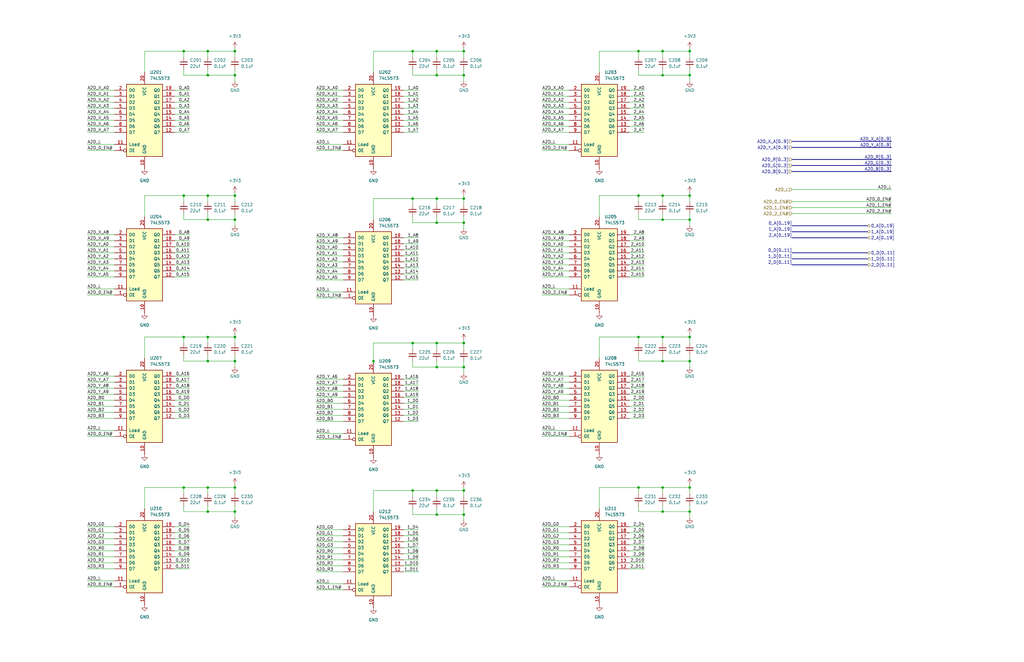
<source format=kicad_sch>
(kicad_sch (version 20231120) (generator "eeschema") (generator_version "8.0")
  (paper "USLedger")
  (junction (at 184.15 83.82))
  (junction (at 99.06 92.71))
  (junction (at 279.4 215.9))
  (junction (at 195.58 217.17))
  (junction (at 87.63 205.74))
  (junction (at 173.99 144.78))
  (junction (at 290.83 152.4))
  (junction (at 184.15 207.01))
  (junction (at 99.06 142.24))
  (junction (at 290.83 21.59))
  (junction (at 279.4 152.4))
  (junction (at 87.63 21.59))
  (junction (at 184.15 217.17))
  (junction (at 279.4 142.24))
  (junction (at 77.47 142.24))
  (junction (at 87.63 92.71))
  (junction (at 87.63 215.9))
  (junction (at 269.24 21.59))
  (junction (at 279.4 82.55))
  (junction (at 290.83 215.9))
  (junction (at 77.47 21.59))
  (junction (at 269.24 205.74))
  (junction (at 290.83 205.74))
  (junction (at 184.15 93.98))
  (junction (at 184.15 21.59))
  (junction (at 77.47 82.55))
  (junction (at 184.15 154.94))
  (junction (at 269.24 82.55))
  (junction (at 195.58 83.82))
  (junction (at 184.15 31.75))
  (junction (at 195.58 207.01))
  (junction (at 99.06 31.75))
  (junction (at 195.58 93.98))
  (junction (at 173.99 83.82))
  (junction (at 269.24 142.24))
  (junction (at 290.83 92.71))
  (junction (at 99.06 21.59))
  (junction (at 173.99 21.59))
  (junction (at 279.4 92.71))
  (junction (at 279.4 21.59))
  (junction (at 195.58 31.75))
  (junction (at 157.48 152.4))
  (junction (at 87.63 152.4))
  (junction (at 87.63 82.55))
  (junction (at 279.4 205.74))
  (junction (at 99.06 205.74))
  (junction (at 290.83 31.75))
  (junction (at 99.06 215.9))
  (junction (at 195.58 21.59))
  (junction (at 173.99 207.01))
  (junction (at 87.63 142.24))
  (junction (at 195.58 154.94))
  (junction (at 290.83 82.55))
  (junction (at 184.15 144.78))
  (junction (at 195.58 144.78))
  (junction (at 279.4 31.75))
  (junction (at 290.83 142.24))
  (junction (at 77.47 205.74))
  (junction (at 87.63 31.75))
  (junction (at 99.06 152.4))
  (junction (at 99.06 82.55))
  (wire (pts (xy 133.35 238.76) (xy 144.78 238.76)))
  (wire (pts (xy 87.63 149.86) (xy 87.63 152.4)))
  (wire (pts (xy 265.43 224.79) (xy 271.78 224.79)))
  (wire (pts (xy 133.35 162.56) (xy 144.78 162.56)))
  (wire (pts (xy 73.66 99.06) (xy 80.01 99.06)))
  (wire (pts (xy 133.35 50.8) (xy 144.78 50.8)))
  (wire (pts (xy 170.18 170.18) (xy 176.53 170.18)))
  (wire (pts (xy 228.6 234.95) (xy 240.03 234.95)))
  (wire (pts (xy 265.43 232.41) (xy 271.78 232.41)))
  (wire (pts (xy 73.66 48.26) (xy 80.01 48.26)))
  (wire (pts (xy 87.63 215.9) (xy 99.06 215.9)))
  (wire (pts (xy 195.58 31.75) (xy 195.58 34.29)))
  (wire (pts (xy 133.35 118.11) (xy 144.78 118.11)))
  (wire (pts (xy 265.43 237.49) (xy 271.78 237.49)))
  (wire (pts (xy 269.24 90.17) (xy 269.24 92.71)))
  (wire (pts (xy 133.35 175.26) (xy 144.78 175.26)))
  (wire (pts (xy 228.6 222.25) (xy 240.03 222.25)))
  (wire (pts (xy 170.18 113.03) (xy 176.53 113.03)))
  (wire (pts (xy 173.99 152.4) (xy 173.99 154.94)))
  (wire (pts (xy 195.58 143.51) (xy 195.58 144.78)))
  (wire (pts (xy 228.6 106.68) (xy 240.03 106.68)))
  (wire (pts (xy 269.24 142.24) (xy 279.4 142.24)))
  (wire (pts (xy 228.6 99.06) (xy 240.03 99.06)))
  (wire (pts (xy 228.6 116.84) (xy 240.03 116.84)))
  (wire (pts (xy 170.18 45.72) (xy 176.53 45.72)))
  (wire (pts (xy 36.83 38.1) (xy 48.26 38.1)))
  (wire (pts (xy 228.6 124.46) (xy 240.03 124.46)))
  (wire (pts (xy 133.35 165.1) (xy 144.78 165.1)))
  (wire (pts (xy 36.83 40.64) (xy 48.26 40.64)))
  (wire (pts (xy 269.24 152.4) (xy 279.4 152.4)))
  (wire (pts (xy 133.35 233.68) (xy 144.78 233.68)))
  (wire (pts (xy 173.99 217.17) (xy 184.15 217.17)))
  (wire (pts (xy 36.83 124.46) (xy 48.26 124.46)))
  (wire (pts (xy 73.66 171.45) (xy 80.01 171.45)))
  (wire (pts (xy 265.43 101.6) (xy 271.78 101.6)))
  (wire (pts (xy 36.83 245.11) (xy 48.26 245.11)))
  (bus (pts (xy 375.92 62.23) (xy 334.01 62.23)))
  (wire (pts (xy 36.83 60.96) (xy 48.26 60.96)))
  (wire (pts (xy 77.47 31.75) (xy 87.63 31.75)))
  (wire (pts (xy 173.99 209.55) (xy 173.99 207.01)))
  (wire (pts (xy 36.83 50.8) (xy 48.26 50.8)))
  (wire (pts (xy 99.06 140.97) (xy 99.06 142.24)))
  (wire (pts (xy 36.83 101.6) (xy 48.26 101.6)))
  (wire (pts (xy 170.18 50.8) (xy 176.53 50.8)))
  (wire (pts (xy 36.83 48.26) (xy 48.26 48.26)))
  (wire (pts (xy 265.43 229.87) (xy 271.78 229.87)))
  (wire (pts (xy 36.83 111.76) (xy 48.26 111.76)))
  (wire (pts (xy 87.63 82.55) (xy 87.63 85.09)))
  (wire (pts (xy 269.24 24.13) (xy 269.24 21.59)))
  (wire (pts (xy 170.18 233.68) (xy 176.53 233.68)))
  (wire (pts (xy 133.35 102.87) (xy 144.78 102.87)))
  (wire (pts (xy 265.43 53.34) (xy 271.78 53.34)))
  (wire (pts (xy 184.15 214.63) (xy 184.15 217.17)))
  (wire (pts (xy 334.01 85.09) (xy 375.92 85.09)))
  (wire (pts (xy 269.24 21.59) (xy 279.4 21.59)))
  (wire (pts (xy 265.43 111.76) (xy 271.78 111.76)))
  (wire (pts (xy 290.83 149.86) (xy 290.83 152.4)))
  (wire (pts (xy 252.73 205.74) (xy 269.24 205.74)))
  (wire (pts (xy 133.35 53.34) (xy 144.78 53.34)))
  (wire (pts (xy 265.43 171.45) (xy 271.78 171.45)))
  (wire (pts (xy 36.83 116.84) (xy 48.26 116.84)))
  (wire (pts (xy 265.43 166.37) (xy 271.78 166.37)))
  (wire (pts (xy 73.66 166.37) (xy 80.01 166.37)))
  (wire (pts (xy 99.06 92.71) (xy 99.06 95.25)))
  (wire (pts (xy 279.4 205.74) (xy 279.4 208.28)))
  (wire (pts (xy 133.35 223.52) (xy 144.78 223.52)))
  (wire (pts (xy 195.58 93.98) (xy 195.58 96.52)))
  (wire (pts (xy 173.99 21.59) (xy 184.15 21.59)))
  (wire (pts (xy 265.43 48.26) (xy 271.78 48.26)))
  (wire (pts (xy 157.48 153.67) (xy 157.48 152.4)))
  (wire (pts (xy 77.47 29.21) (xy 77.47 31.75)))
  (wire (pts (xy 87.63 92.71) (xy 99.06 92.71)))
  (wire (pts (xy 228.6 176.53) (xy 240.03 176.53)))
  (wire (pts (xy 99.06 204.47) (xy 99.06 205.74)))
  (wire (pts (xy 265.43 55.88) (xy 271.78 55.88)))
  (wire (pts (xy 60.96 205.74) (xy 77.47 205.74)))
  (wire (pts (xy 173.99 207.01) (xy 184.15 207.01)))
  (wire (pts (xy 36.83 55.88) (xy 48.26 55.88)))
  (wire (pts (xy 228.6 232.41) (xy 240.03 232.41)))
  (wire (pts (xy 290.83 20.32) (xy 290.83 21.59)))
  (wire (pts (xy 99.06 152.4) (xy 99.06 154.94)))
  (wire (pts (xy 36.83 63.5) (xy 48.26 63.5)))
  (wire (pts (xy 279.4 82.55) (xy 290.83 82.55)))
  (wire (pts (xy 173.99 147.32) (xy 173.99 144.78)))
  (wire (pts (xy 133.35 40.64) (xy 144.78 40.64)))
  (wire (pts (xy 36.83 161.29) (xy 48.26 161.29)))
  (wire (pts (xy 265.43 240.03) (xy 271.78 240.03)))
  (wire (pts (xy 265.43 40.64) (xy 271.78 40.64)))
  (wire (pts (xy 133.35 107.95) (xy 144.78 107.95)))
  (wire (pts (xy 228.6 166.37) (xy 240.03 166.37)))
  (wire (pts (xy 279.4 90.17) (xy 279.4 92.71)))
  (wire (pts (xy 228.6 104.14) (xy 240.03 104.14)))
  (wire (pts (xy 265.43 109.22) (xy 271.78 109.22)))
  (wire (pts (xy 170.18 165.1) (xy 176.53 165.1)))
  (wire (pts (xy 290.83 215.9) (xy 290.83 218.44)))
  (wire (pts (xy 252.73 21.59) (xy 269.24 21.59)))
  (wire (pts (xy 36.83 166.37) (xy 48.26 166.37)))
  (wire (pts (xy 279.4 21.59) (xy 279.4 24.13)))
  (wire (pts (xy 252.73 91.44) (xy 252.73 82.55)))
  (wire (pts (xy 77.47 144.78) (xy 77.47 142.24)))
  (wire (pts (xy 99.06 149.86) (xy 99.06 152.4)))
  (wire (pts (xy 228.6 48.26) (xy 240.03 48.26)))
  (wire (pts (xy 290.83 29.21) (xy 290.83 31.75)))
  (wire (pts (xy 99.06 215.9) (xy 99.06 218.44)))
  (wire (pts (xy 279.4 31.75) (xy 290.83 31.75)))
  (wire (pts (xy 133.35 55.88) (xy 144.78 55.88)))
  (wire (pts (xy 228.6 55.88) (xy 240.03 55.88)))
  (wire (pts (xy 36.83 173.99) (xy 48.26 173.99)))
  (wire (pts (xy 36.83 171.45) (xy 48.26 171.45)))
  (wire (pts (xy 269.24 149.86) (xy 269.24 152.4)))
  (wire (pts (xy 73.66 227.33) (xy 80.01 227.33)))
  (wire (pts (xy 184.15 144.78) (xy 184.15 147.32)))
  (wire (pts (xy 269.24 31.75) (xy 279.4 31.75)))
  (wire (pts (xy 36.83 53.34) (xy 48.26 53.34)))
  (wire (pts (xy 252.73 30.48) (xy 252.73 21.59)))
  (wire (pts (xy 228.6 229.87) (xy 240.03 229.87)))
  (wire (pts (xy 170.18 110.49) (xy 176.53 110.49)))
  (wire (pts (xy 279.4 205.74) (xy 290.83 205.74)))
  (wire (pts (xy 77.47 85.09) (xy 77.47 82.55)))
  (wire (pts (xy 77.47 82.55) (xy 87.63 82.55)))
  (wire (pts (xy 36.83 158.75) (xy 48.26 158.75)))
  (wire (pts (xy 228.6 247.65) (xy 240.03 247.65)))
  (wire (pts (xy 170.18 241.3) (xy 176.53 241.3)))
  (wire (pts (xy 170.18 55.88) (xy 176.53 55.88)))
  (wire (pts (xy 73.66 161.29) (xy 80.01 161.29)))
  (wire (pts (xy 184.15 217.17) (xy 195.58 217.17)))
  (wire (pts (xy 173.99 93.98) (xy 184.15 93.98)))
  (wire (pts (xy 133.35 231.14) (xy 144.78 231.14)))
  (wire (pts (xy 228.6 38.1) (xy 240.03 38.1)))
  (wire (pts (xy 184.15 21.59) (xy 195.58 21.59)))
  (wire (pts (xy 133.35 60.96) (xy 144.78 60.96)))
  (wire (pts (xy 133.35 113.03) (xy 144.78 113.03)))
  (wire (pts (xy 133.35 100.33) (xy 144.78 100.33)))
  (wire (pts (xy 265.43 45.72) (xy 271.78 45.72)))
  (wire (pts (xy 157.48 83.82) (xy 173.99 83.82)))
  (wire (pts (xy 290.83 31.75) (xy 290.83 34.29)))
  (wire (pts (xy 173.99 154.94) (xy 184.15 154.94)))
  (wire (pts (xy 269.24 85.09) (xy 269.24 82.55)))
  (wire (pts (xy 228.6 158.75) (xy 240.03 158.75)))
  (wire (pts (xy 252.73 151.13) (xy 252.73 142.24)))
  (wire (pts (xy 170.18 43.18) (xy 176.53 43.18)))
  (wire (pts (xy 36.83 237.49) (xy 48.26 237.49)))
  (wire (pts (xy 290.83 82.55) (xy 290.83 85.09)))
  (wire (pts (xy 279.4 142.24) (xy 290.83 142.24)))
  (wire (pts (xy 184.15 83.82) (xy 184.15 86.36)))
  (wire (pts (xy 170.18 100.33) (xy 176.53 100.33)))
  (wire (pts (xy 87.63 142.24) (xy 87.63 144.78)))
  (wire (pts (xy 334.01 90.17) (xy 375.92 90.17)))
  (wire (pts (xy 133.35 170.18) (xy 144.78 170.18)))
  (wire (pts (xy 133.35 185.42) (xy 144.78 185.42)))
  (bus (pts (xy 375.92 59.69) (xy 334.01 59.69)))
  (wire (pts (xy 73.66 168.91) (xy 80.01 168.91)))
  (wire (pts (xy 290.83 90.17) (xy 290.83 92.71)))
  (wire (pts (xy 99.06 29.21) (xy 99.06 31.75)))
  (wire (pts (xy 170.18 167.64) (xy 176.53 167.64)))
  (wire (pts (xy 252.73 82.55) (xy 269.24 82.55)))
  (wire (pts (xy 99.06 213.36) (xy 99.06 215.9)))
  (wire (pts (xy 133.35 167.64) (xy 144.78 167.64)))
  (wire (pts (xy 170.18 162.56) (xy 176.53 162.56)))
  (bus (pts (xy 334.01 95.25) (xy 365.76 95.25)))
  (wire (pts (xy 133.35 123.19) (xy 144.78 123.19)))
  (wire (pts (xy 99.06 82.55) (xy 99.06 85.09)))
  (wire (pts (xy 228.6 171.45) (xy 240.03 171.45)))
  (wire (pts (xy 87.63 205.74) (xy 99.06 205.74)))
  (wire (pts (xy 290.83 152.4) (xy 290.83 154.94)))
  (wire (pts (xy 290.83 21.59) (xy 290.83 24.13)))
  (wire (pts (xy 133.35 110.49) (xy 144.78 110.49)))
  (wire (pts (xy 99.06 81.28) (xy 99.06 82.55)))
  (wire (pts (xy 170.18 53.34) (xy 176.53 53.34)))
  (wire (pts (xy 279.4 142.24) (xy 279.4 144.78)))
  (wire (pts (xy 173.99 83.82) (xy 184.15 83.82)))
  (wire (pts (xy 195.58 29.21) (xy 195.58 31.75)))
  (wire (pts (xy 184.15 83.82) (xy 195.58 83.82)))
  (wire (pts (xy 173.99 91.44) (xy 173.99 93.98)))
  (wire (pts (xy 170.18 236.22) (xy 176.53 236.22)))
  (wire (pts (xy 265.43 161.29) (xy 271.78 161.29)))
  (wire (pts (xy 265.43 176.53) (xy 271.78 176.53)))
  (wire (pts (xy 269.24 205.74) (xy 279.4 205.74)))
  (wire (pts (xy 73.66 111.76) (xy 80.01 111.76)))
  (wire (pts (xy 279.4 149.86) (xy 279.4 152.4)))
  (wire (pts (xy 228.6 168.91) (xy 240.03 168.91)))
  (wire (pts (xy 73.66 45.72) (xy 80.01 45.72)))
  (wire (pts (xy 170.18 118.11) (xy 176.53 118.11)))
  (wire (pts (xy 36.83 121.92) (xy 48.26 121.92)))
  (wire (pts (xy 133.35 43.18) (xy 144.78 43.18)))
  (wire (pts (xy 157.48 21.59) (xy 173.99 21.59)))
  (wire (pts (xy 228.6 114.3) (xy 240.03 114.3)))
  (wire (pts (xy 133.35 226.06) (xy 144.78 226.06)))
  (wire (pts (xy 99.06 142.24) (xy 99.06 144.78)))
  (wire (pts (xy 87.63 152.4) (xy 99.06 152.4)))
  (wire (pts (xy 73.66 114.3) (xy 80.01 114.3)))
  (wire (pts (xy 290.83 142.24) (xy 290.83 144.78)))
  (wire (pts (xy 290.83 205.74) (xy 290.83 208.28)))
  (wire (pts (xy 73.66 109.22) (xy 80.01 109.22)))
  (wire (pts (xy 73.66 106.68) (xy 80.01 106.68)))
  (wire (pts (xy 73.66 234.95) (xy 80.01 234.95)))
  (wire (pts (xy 269.24 208.28) (xy 269.24 205.74)))
  (wire (pts (xy 133.35 48.26) (xy 144.78 48.26)))
  (wire (pts (xy 36.83 224.79) (xy 48.26 224.79)))
  (wire (pts (xy 170.18 102.87) (xy 176.53 102.87)))
  (bus (pts (xy 375.92 69.85) (xy 334.01 69.85)))
  (wire (pts (xy 73.66 101.6) (xy 80.01 101.6)))
  (wire (pts (xy 36.83 247.65) (xy 48.26 247.65)))
  (wire (pts (xy 265.43 222.25) (xy 271.78 222.25)))
  (wire (pts (xy 170.18 177.8) (xy 176.53 177.8)))
  (wire (pts (xy 265.43 234.95) (xy 271.78 234.95)))
  (wire (pts (xy 269.24 144.78) (xy 269.24 142.24)))
  (wire (pts (xy 173.99 144.78) (xy 184.15 144.78)))
  (wire (pts (xy 133.35 160.02) (xy 144.78 160.02)))
  (wire (pts (xy 87.63 205.74) (xy 87.63 208.28)))
  (wire (pts (xy 73.66 173.99) (xy 80.01 173.99)))
  (wire (pts (xy 279.4 152.4) (xy 290.83 152.4)))
  (wire (pts (xy 195.58 20.32) (xy 195.58 21.59)))
  (wire (pts (xy 265.43 168.91) (xy 271.78 168.91)))
  (wire (pts (xy 334.01 80.01) (xy 375.92 80.01)))
  (wire (pts (xy 265.43 43.18) (xy 271.78 43.18)))
  (wire (pts (xy 73.66 163.83) (xy 80.01 163.83)))
  (wire (pts (xy 228.6 40.64) (xy 240.03 40.64)))
  (wire (pts (xy 228.6 161.29) (xy 240.03 161.29)))
  (wire (pts (xy 133.35 246.38) (xy 144.78 246.38)))
  (wire (pts (xy 184.15 154.94) (xy 195.58 154.94)))
  (wire (pts (xy 60.96 30.48) (xy 60.96 21.59)))
  (wire (pts (xy 170.18 107.95) (xy 176.53 107.95)))
  (wire (pts (xy 228.6 63.5) (xy 240.03 63.5)))
  (wire (pts (xy 228.6 240.03) (xy 240.03 240.03)))
  (wire (pts (xy 73.66 53.34) (xy 80.01 53.34)))
  (wire (pts (xy 228.6 163.83) (xy 240.03 163.83)))
  (wire (pts (xy 133.35 125.73) (xy 144.78 125.73)))
  (wire (pts (xy 36.83 45.72) (xy 48.26 45.72)))
  (wire (pts (xy 265.43 173.99) (xy 271.78 173.99)))
  (wire (pts (xy 36.83 109.22) (xy 48.26 109.22)))
  (bus (pts (xy 375.92 67.31) (xy 334.01 67.31)))
  (wire (pts (xy 279.4 92.71) (xy 290.83 92.71)))
  (wire (pts (xy 195.58 217.17) (xy 195.58 219.71)))
  (wire (pts (xy 228.6 224.79) (xy 240.03 224.79)))
  (wire (pts (xy 279.4 29.21) (xy 279.4 31.75)))
  (bus (pts (xy 334.01 100.33) (xy 365.76 100.33)))
  (wire (pts (xy 77.47 215.9) (xy 87.63 215.9)))
  (wire (pts (xy 170.18 223.52) (xy 176.53 223.52)))
  (bus (pts (xy 334.01 109.22) (xy 365.76 109.22)))
  (wire (pts (xy 36.83 99.06) (xy 48.26 99.06)))
  (wire (pts (xy 184.15 207.01) (xy 195.58 207.01)))
  (wire (pts (xy 77.47 213.36) (xy 77.47 215.9)))
  (wire (pts (xy 60.96 82.55) (xy 77.47 82.55)))
  (wire (pts (xy 73.66 240.03) (xy 80.01 240.03)))
  (wire (pts (xy 184.15 144.78) (xy 195.58 144.78)))
  (wire (pts (xy 170.18 160.02) (xy 176.53 160.02)))
  (wire (pts (xy 60.96 142.24) (xy 77.47 142.24)))
  (wire (pts (xy 36.83 114.3) (xy 48.26 114.3)))
  (wire (pts (xy 195.58 154.94) (xy 195.58 157.48)))
  (wire (pts (xy 133.35 172.72) (xy 144.78 172.72)))
  (wire (pts (xy 265.43 104.14) (xy 271.78 104.14)))
  (wire (pts (xy 195.58 207.01) (xy 195.58 209.55)))
  (wire (pts (xy 87.63 21.59) (xy 87.63 24.13)))
  (wire (pts (xy 133.35 38.1) (xy 144.78 38.1)))
  (wire (pts (xy 228.6 60.96) (xy 240.03 60.96)))
  (wire (pts (xy 269.24 29.21) (xy 269.24 31.75)))
  (wire (pts (xy 290.83 81.28) (xy 290.83 82.55)))
  (wire (pts (xy 195.58 91.44) (xy 195.58 93.98)))
  (wire (pts (xy 265.43 114.3) (xy 271.78 114.3)))
  (wire (pts (xy 184.15 31.75) (xy 195.58 31.75)))
  (wire (pts (xy 157.48 207.01) (xy 173.99 207.01)))
  (wire (pts (xy 228.6 101.6) (xy 240.03 101.6)))
  (wire (pts (xy 279.4 213.36) (xy 279.4 215.9)))
  (wire (pts (xy 265.43 99.06) (xy 271.78 99.06)))
  (wire (pts (xy 73.66 176.53) (xy 80.01 176.53)))
  (wire (pts (xy 173.99 214.63) (xy 173.99 217.17)))
  (wire (pts (xy 133.35 236.22) (xy 144.78 236.22)))
  (wire (pts (xy 269.24 215.9) (xy 279.4 215.9)))
  (wire (pts (xy 36.83 234.95) (xy 48.26 234.95)))
  (wire (pts (xy 170.18 228.6) (xy 176.53 228.6)))
  (wire (pts (xy 170.18 226.06) (xy 176.53 226.06)))
  (wire (pts (xy 36.83 222.25) (xy 48.26 222.25)))
  (wire (pts (xy 99.06 205.74) (xy 99.06 208.28)))
  (wire (pts (xy 170.18 115.57) (xy 176.53 115.57)))
  (wire (pts (xy 36.83 163.83) (xy 48.26 163.83)))
  (wire (pts (xy 133.35 115.57) (xy 144.78 115.57)))
  (wire (pts (xy 157.48 92.71) (xy 157.48 83.82)))
  (wire (pts (xy 195.58 144.78) (xy 195.58 147.32)))
  (wire (pts (xy 36.83 176.53) (xy 48.26 176.53)))
  (wire (pts (xy 133.35 45.72) (xy 144.78 45.72)))
  (wire (pts (xy 73.66 38.1) (xy 80.01 38.1)))
  (wire (pts (xy 184.15 91.44) (xy 184.15 93.98)))
  (wire (pts (xy 99.06 31.75) (xy 99.06 34.29)))
  (wire (pts (xy 228.6 245.11) (xy 240.03 245.11)))
  (wire (pts (xy 87.63 142.24) (xy 99.06 142.24)))
  (wire (pts (xy 99.06 90.17) (xy 99.06 92.71)))
  (wire (pts (xy 157.48 144.78) (xy 173.99 144.78)))
  (wire (pts (xy 99.06 21.59) (xy 99.06 24.13)))
  (wire (pts (xy 133.35 105.41) (xy 144.78 105.41)))
  (wire (pts (xy 269.24 82.55) (xy 279.4 82.55)))
  (wire (pts (xy 195.58 83.82) (xy 195.58 86.36)))
  (wire (pts (xy 184.15 29.21) (xy 184.15 31.75)))
  (wire (pts (xy 77.47 90.17) (xy 77.47 92.71)))
  (wire (pts (xy 269.24 213.36) (xy 269.24 215.9)))
  (wire (pts (xy 133.35 182.88) (xy 144.78 182.88)))
  (wire (pts (xy 265.43 227.33) (xy 271.78 227.33)))
  (wire (pts (xy 170.18 48.26) (xy 176.53 48.26)))
  (wire (pts (xy 77.47 142.24) (xy 87.63 142.24)))
  (wire (pts (xy 228.6 237.49) (xy 240.03 237.49)))
  (wire (pts (xy 36.83 106.68) (xy 48.26 106.68)))
  (wire (pts (xy 269.24 92.71) (xy 279.4 92.71)))
  (wire (pts (xy 99.06 20.32) (xy 99.06 21.59)))
  (wire (pts (xy 73.66 40.64) (xy 80.01 40.64)))
  (wire (pts (xy 290.83 213.36) (xy 290.83 215.9)))
  (wire (pts (xy 228.6 181.61) (xy 240.03 181.61)))
  (wire (pts (xy 77.47 24.13) (xy 77.47 21.59)))
  (wire (pts (xy 228.6 111.76) (xy 240.03 111.76)))
  (wire (pts (xy 133.35 248.92) (xy 144.78 248.92)))
  (wire (pts (xy 228.6 109.22) (xy 240.03 109.22)))
  (wire (pts (xy 228.6 43.18) (xy 240.03 43.18)))
  (wire (pts (xy 133.35 241.3) (xy 144.78 241.3)))
  (wire (pts (xy 77.47 92.71) (xy 87.63 92.71)))
  (wire (pts (xy 36.83 227.33) (xy 48.26 227.33)))
  (wire (pts (xy 290.83 204.47) (xy 290.83 205.74)))
  (wire (pts (xy 87.63 31.75) (xy 99.06 31.75)))
  (wire (pts (xy 228.6 53.34) (xy 240.03 53.34)))
  (wire (pts (xy 265.43 50.8) (xy 271.78 50.8)))
  (wire (pts (xy 73.66 50.8) (xy 80.01 50.8)))
  (wire (pts (xy 228.6 45.72) (xy 240.03 45.72)))
  (wire (pts (xy 170.18 38.1) (xy 176.53 38.1)))
  (wire (pts (xy 133.35 63.5) (xy 144.78 63.5)))
  (bus (pts (xy 334.01 106.68) (xy 365.76 106.68)))
  (wire (pts (xy 77.47 21.59) (xy 87.63 21.59)))
  (wire (pts (xy 228.6 50.8) (xy 240.03 50.8)))
  (wire (pts (xy 279.4 215.9) (xy 290.83 215.9)))
  (wire (pts (xy 60.96 214.63) (xy 60.96 205.74)))
  (wire (pts (xy 36.83 229.87) (xy 48.26 229.87)))
  (wire (pts (xy 36.83 181.61) (xy 48.26 181.61)))
  (wire (pts (xy 87.63 29.21) (xy 87.63 31.75)))
  (wire (pts (xy 265.43 116.84) (xy 271.78 116.84)))
  (wire (pts (xy 279.4 21.59) (xy 290.83 21.59)))
  (bus (pts (xy 334.01 111.76) (xy 365.76 111.76)))
  (wire (pts (xy 77.47 152.4) (xy 87.63 152.4)))
  (wire (pts (xy 170.18 231.14) (xy 176.53 231.14)))
  (wire (pts (xy 265.43 163.83) (xy 271.78 163.83)))
  (wire (pts (xy 195.58 21.59) (xy 195.58 24.13)))
  (wire (pts (xy 73.66 222.25) (xy 80.01 222.25)))
  (wire (pts (xy 87.63 90.17) (xy 87.63 92.71)))
  (wire (pts (xy 170.18 172.72) (xy 176.53 172.72)))
  (wire (pts (xy 73.66 224.79) (xy 80.01 224.79)))
  (wire (pts (xy 73.66 158.75) (xy 80.01 158.75)))
  (wire (pts (xy 87.63 21.59) (xy 99.06 21.59)))
  (wire (pts (xy 195.58 214.63) (xy 195.58 217.17)))
  (wire (pts (xy 157.48 30.48) (xy 157.48 21.59)))
  (wire (pts (xy 265.43 158.75) (xy 271.78 158.75)))
  (wire (pts (xy 73.66 229.87) (xy 80.01 229.87)))
  (wire (pts (xy 279.4 82.55) (xy 279.4 85.09)))
  (wire (pts (xy 173.99 29.21) (xy 173.99 31.75)))
  (wire (pts (xy 60.96 21.59) (xy 77.47 21.59)))
  (wire (pts (xy 334.01 87.63) (xy 375.92 87.63)))
  (wire (pts (xy 265.43 106.68) (xy 271.78 106.68)))
  (wire (pts (xy 77.47 149.86) (xy 77.47 152.4)))
  (wire (pts (xy 60.96 151.13) (xy 60.96 142.24)))
  (wire (pts (xy 228.6 173.99) (xy 240.03 173.99)))
  (wire (pts (xy 252.73 214.63) (xy 252.73 205.74)))
  (wire (pts (xy 133.35 177.8) (xy 144.78 177.8)))
  (wire (pts (xy 195.58 205.74) (xy 195.58 207.01)))
  (wire (pts (xy 36.83 240.03) (xy 48.26 240.03)))
  (wire (pts (xy 73.66 55.88) (xy 80.01 55.88)))
  (wire (pts (xy 228.6 227.33) (xy 240.03 227.33)))
  (wire (pts (xy 73.66 237.49) (xy 80.01 237.49)))
  (wire (pts (xy 73.66 232.41) (xy 80.01 232.41)))
  (wire (pts (xy 73.66 43.18) (xy 80.01 43.18)))
  (wire (pts (xy 290.83 140.97) (xy 290.83 142.24)))
  (wire (pts (xy 195.58 82.55) (xy 195.58 83.82)))
  (wire (pts (xy 184.15 21.59) (xy 184.15 24.13)))
  (wire (pts (xy 36.83 232.41) (xy 48.26 232.41)))
  (bus (pts (xy 334.01 97.79) (xy 365.76 97.79)))
  (wire (pts (xy 157.48 215.9) (xy 157.48 207.01)))
  (wire (pts (xy 228.6 121.92) (xy 240.03 121.92)))
  (wire (pts (xy 184.15 207.01) (xy 184.15 209.55)))
  (wire (pts (xy 157.48 152.4) (xy 157.48 144.78)))
  (wire (pts (xy 184.15 93.98) (xy 195.58 93.98)))
  (wire (pts (xy 36.83 168.91) (xy 48.26 168.91)))
  (wire (pts (xy 173.99 24.13) (xy 173.99 21.59)))
  (wire (pts (xy 73.66 104.14) (xy 80.01 104.14)))
  (wire (pts (xy 170.18 40.64) (xy 176.53 40.64)))
  (wire (pts (xy 252.73 142.24) (xy 269.24 142.24)))
  (wire (pts (xy 173.99 31.75) (xy 184.15 31.75)))
  (wire (pts (xy 195.58 152.4) (xy 195.58 154.94)))
  (wire (pts (xy 265.43 38.1) (xy 271.78 38.1)))
  (wire (pts (xy 228.6 184.15) (xy 240.03 184.15)))
  (wire (pts (xy 60.96 91.44) (xy 60.96 82.55)))
  (bus (pts (xy 375.92 72.39) (xy 334.01 72.39)))
  (wire (pts (xy 73.66 116.84) (xy 80.01 116.84)))
  (wire (pts (xy 170.18 105.41) (xy 176.53 105.41)))
  (wire (pts (xy 87.63 213.36) (xy 87.63 215.9)))
  (wire (pts (xy 77.47 208.28) (xy 77.47 205.74)))
  (wire (pts (xy 184.15 152.4) (xy 184.15 154.94)))
  (wire (pts (xy 290.83 92.71) (xy 290.83 95.25)))
  (wire (pts (xy 77.47 205.74) (xy 87.63 205.74)))
  (wire (pts (xy 36.83 184.15) (xy 48.26 184.15)))
  (wire (pts (xy 170.18 238.76) (xy 176.53 238.76)))
  (wire (pts (xy 170.18 175.26) (xy 176.53 175.26)))
  (wire (pts (xy 173.99 86.36) (xy 173.99 83.82)))
  (wire (pts (xy 36.83 43.18) (xy 48.26 43.18)))
  (wire (pts (xy 36.83 104.14) (xy 48.26 104.14)))
  (wire (pts (xy 133.35 228.6) (xy 144.78 228.6)))
  (wire (pts (xy 87.63 82.55) (xy 99.06 82.55)))
  (label "1_D0" (at 176.53 170.18 180))
  (label "A2D_Y_A0" (at 36.83 104.14 0))
  (label "2_D6" (at 271.78 227.33 180))
  (label "A2D_Y_A9" (at 36.83 166.37 0))
  (label "A2D_Y_A2" (at 133.35 110.49 0))
  (label "0_A17" (at 80.01 161.29 180))
  (label "A2D_B2" (at 133.35 175.26 0))
  (label "0_A[0..19]" (at 334.01 95.25 180))
  (label "A2D_1_EN#" (at 133.35 63.5 0))
  (label "2_A9" (at 271.78 101.6 180))
  (label "A2D_X_A9" (at 36.83 101.6 0))
  (label "0_A14" (at 80.01 114.3 180))
  (label "A2D_L" (at 228.6 245.11 0))
  (label "A2D_G1" (at 228.6 224.79 0))
  (label "2_A13" (at 271.78 111.76 180))
  (label "A2D_X_A5" (at 133.35 50.8 0))
  (label "A2D_R3" (at 36.83 240.03 0))
  (label "0_A4" (at 80.01 48.26 180))
  (label "A2D_Y_A[0..9]" (at 375.92 62.23 180))
  (label "A2D_Y_A2" (at 36.83 109.22 0))
  (label "A2D_B3" (at 133.35 177.8 0))
  (label "0_A19" (at 80.01 166.37 180))
  (label "2_A8" (at 271.78 99.06 180))
  (label "A2D_X_A9" (at 133.35 102.87 0))
  (label "A2D_Y_A1" (at 36.83 106.68 0))
  (label "A2D_B3" (at 36.83 176.53 0))
  (label "A2D_X_A7" (at 133.35 55.88 0))
  (label "1_A2" (at 176.53 43.18 180))
  (label "A2D_R3" (at 133.35 241.3 0))
  (label "2_D[0..11]" (at 334.01 111.76 180))
  (label "A2D_Y_A4" (at 36.83 114.3 0))
  (label "1_D7" (at 176.53 231.14 180))
  (label "A2D_B1" (at 133.35 172.72 0))
  (label "1_A6" (at 176.53 53.34 180))
  (label "1_A8" (at 176.53 100.33 180))
  (label "A2D_X_A0" (at 133.35 38.1 0))
  (label "A2D_B1" (at 228.6 171.45 0))
  (label "A2D_G0" (at 133.35 223.52 0))
  (label "A2D_R1" (at 36.83 234.95 0))
  (label "2_A19" (at 271.78 166.37 180))
  (label "A2D_X_A7" (at 228.6 55.88 0))
  (label "2_D10" (at 271.78 237.49 180))
  (label "A2D_0_EN#" (at 36.83 184.15 0))
  (label "2_D11" (at 271.78 240.03 180))
  (label "1_A3" (at 176.53 45.72 180))
  (label "0_D5" (at 80.01 224.79 180))
  (label "A2D_R1" (at 228.6 234.95 0))
  (label "2_A7" (at 271.78 55.88 180))
  (label "A2D_G1" (at 36.83 224.79 0))
  (label "2_A16" (at 271.78 158.75 180))
  (label "1_A4" (at 176.53 48.26 180))
  (label "A2D_L" (at 133.35 60.96 0))
  (label "0_A3" (at 80.01 45.72 180))
  (label "A2D_1_EN#" (at 133.35 248.92 0))
  (label "A2D_1_EN#" (at 133.35 185.42 0))
  (label "A2D_G0" (at 36.83 222.25 0))
  (label "A2D_L" (at 36.83 245.11 0))
  (label "A2D_G2" (at 133.35 228.6 0))
  (label "A2D_X_A4" (at 36.83 48.26 0))
  (label "A2D_Y_A5" (at 228.6 116.84 0))
  (label "2_A2" (at 271.78 43.18 180))
  (label "1_A9" (at 176.53 102.87 180))
  (label "2_A6" (at 271.78 53.34 180))
  (label "0_D3" (at 80.01 176.53 180))
  (label "A2D_G2" (at 36.83 227.33 0))
  (label "2_D4" (at 271.78 222.25 180))
  (label "1_D10" (at 176.53 238.76 180))
  (label "0_A12" (at 80.01 109.22 180))
  (label "A2D_X_A9" (at 228.6 101.6 0))
  (label "A2D_X_A2" (at 228.6 43.18 0))
  (label "1_D9" (at 176.53 236.22 180))
  (label "A2D_B2" (at 36.83 173.99 0))
  (label "2_A11" (at 271.78 106.68 180))
  (label "2_A4" (at 271.78 48.26 180))
  (label "1_A12" (at 176.53 110.49 180))
  (label "A2D_G2" (at 228.6 227.33 0))
  (label "A2D_B2" (at 228.6 173.99 0))
  (label "A2D_B1" (at 36.83 171.45 0))
  (label "A2D_L" (at 228.6 60.96 0))
  (label "A2D_X_A6" (at 133.35 53.34 0))
  (label "0_A7" (at 80.01 55.88 180))
  (label "A2D_Y_A6" (at 228.6 158.75 0))
  (label "1_A10" (at 176.53 105.41 180))
  (label "A2D_L" (at 228.6 181.61 0))
  (label "A2D_B3" (at 228.6 176.53 0))
  (label "0_D1" (at 80.01 171.45 180))
  (label "A2D_Y_A8" (at 133.35 165.1 0))
  (label "A2D_Y_A8" (at 36.83 163.83 0))
  (label "0_D10" (at 80.01 237.49 180))
  (label "2_D0" (at 271.78 168.91 180))
  (label "A2D_2_EN#" (at 228.6 247.65 0))
  (label "A2D_X_A3" (at 133.35 45.72 0))
  (label "A2D_0_EN#" (at 36.83 63.5 0))
  (label "0_D[0..11]" (at 334.01 106.68 180))
  (label "2_D1" (at 271.78 171.45 180))
  (label "A2D_X_A[0..9]" (at 375.92 59.69 180))
  (label "0_A10" (at 80.01 104.14 180))
  (label "A2D_R1" (at 133.35 236.22 0))
  (label "A2D_2_EN#" (at 228.6 184.15 0))
  (label "1_D6" (at 176.53 228.6 180))
  (label "0_A11" (at 80.01 106.68 180))
  (label "A2D_X_A2" (at 133.35 43.18 0))
  (label "1_A15" (at 176.53 118.11 180))
  (label "A2D_Y_A7" (at 36.83 161.29 0))
  (label "1_A13" (at 176.53 113.03 180))
  (label "0_A16" (at 80.01 158.75 180))
  (label "A2D_X_A1" (at 36.83 40.64 0))
  (label "1_D3" (at 176.53 177.8 180))
  (label "A2D_Y_A9" (at 228.6 166.37 0))
  (label "A2D_G0" (at 228.6 222.25 0))
  (label "0_A1" (at 80.01 40.64 180))
  (label "A2D_L" (at 133.35 246.38 0))
  (label "A2D_X_A5" (at 228.6 50.8 0))
  (label "1_D8" (at 176.53 233.68 180))
  (label "A2D_G1" (at 133.35 226.06 0))
  (label "2_A14" (at 271.78 114.3 180))
  (label "1_A0" (at 176.53 38.1 180))
  (label "2_A3" (at 271.78 45.72 180))
  (label "A2D_Y_A1" (at 228.6 106.68 0))
  (label "A2D_B0" (at 228.6 168.91 0))
  (label "2_A[0..19]" (at 334.01 100.33 180))
  (label "A2D_0_EN#" (at 36.83 247.65 0))
  (label "1_D1" (at 176.53 172.72 180))
  (label "A2D_X_A8" (at 228.6 99.06 0))
  (label "1_D2" (at 176.53 175.26 180))
  (label "A2D_X_A0" (at 36.83 38.1 0))
  (label "A2D_2_EN#" (at 228.6 124.46 0))
  (label "0_A18" (at 80.01 163.83 180))
  (label "A2D_L" (at 36.83 121.92 0))
  (label "A2D_Y_A0" (at 133.35 105.41 0))
  (label "1_D[0..11]" (at 334.01 109.22 180))
  (label "A2D_R0" (at 133.35 233.68 0))
  (label "A2D_G[0..3]" (at 375.92 69.85 180))
  (label "A2D_R[0..3]" (at 375.92 67.31 180))
  (label "A2D_R3" (at 228.6 240.03 0))
  (label "2_D2" (at 271.78 173.99 180))
  (label "A2D_0_EN#" (at 375.92 85.09 180))
  (label "A2D_Y_A3" (at 228.6 111.76 0))
  (label "A2D_1_EN#" (at 375.92 87.63 180))
  (label "A2D_B0" (at 36.83 168.91 0))
  (label "A2D_B0" (at 133.35 170.18 0))
  (label "1_A17" (at 176.53 162.56 180))
  (label "A2D_X_A0" (at 228.6 38.1 0))
  (label "0_A15" (at 80.01 116.84 180))
  (label "A2D_L" (at 36.83 60.96 0))
  (label "A2D_X_A8" (at 133.35 100.33 0))
  (label "2_D8" (at 271.78 232.41 180))
  (label "0_A6" (at 80.01 53.34 180))
  (label "A2D_Y_A8" (at 228.6 163.83 0))
  (label "2_A12" (at 271.78 109.22 180))
  (label "A2D_Y_A5" (at 133.35 118.11 0))
  (label "A2D_X_A2" (at 36.83 43.18 0))
  (label "1_D5" (at 176.53 226.06 180))
  (label "A2D_X_A5" (at 36.83 50.8 0))
  (label "2_A1" (at 271.78 40.64 180))
  (label "1_A16" (at 176.53 160.02 180))
  (label "A2D_L" (at 375.92 80.01 180))
  (label "0_D7" (at 80.01 229.87 180))
  (label "0_D6" (at 80.01 227.33 180))
  (label "2_D5" (at 271.78 224.79 180))
  (label "1_A1" (at 176.53 40.64 180))
  (label "0_D4" (at 80.01 222.25 180))
  (label "1_A[0..19]" (at 334.01 97.79 180))
  (label "1_A11" (at 176.53 107.95 180))
  (label "A2D_Y_A4" (at 228.6 114.3 0))
  (label "A2D_X_A1" (at 133.35 40.64 0))
  (label "0_D0" (at 80.01 168.91 180))
  (label "A2D_Y_A0" (at 228.6 104.14 0))
  (label "A2D_X_A3" (at 228.6 45.72 0))
  (label "1_A5" (at 176.53 50.8 180))
  (label "0_D11" (at 80.01 240.03 180))
  (label "A2D_X_A4" (at 228.6 48.26 0))
  (label "A2D_X_A8" (at 36.83 99.06 0))
  (label "1_D11" (at 176.53 241.3 180))
  (label "A2D_L" (at 133.35 182.88 0))
  (label "0_D2" (at 80.01 173.99 180))
  (label "0_A8" (at 80.01 99.06 180))
  (label "A2D_X_A7" (at 36.83 55.88 0))
  (label "2_D3" (at 271.78 176.53 180))
  (label "A2D_Y_A6" (at 36.83 158.75 0))
  (label "1_D4" (at 176.53 223.52 180))
  (label "A2D_Y_A4" (at 133.35 115.57 0))
  (label "A2D_Y_A3" (at 133.35 113.03 0))
  (label "0_A2" (at 80.01 43.18 180))
  (label "A2D_G3" (at 228.6 229.87 0))
  (label "A2D_R2" (at 228.6 237.49 0))
  (label "A2D_L" (at 36.83 181.61 0))
  (label "0_D9" (at 80.01 234.95 180))
  (label "1_A19" (at 176.53 167.64 180))
  (label "A2D_X_A3" (at 36.83 45.72 0))
  (label "A2D_R0" (at 36.83 232.41 0))
  (label "A2D_L" (at 228.6 121.92 0))
  (label "A2D_G3" (at 36.83 229.87 0))
  (label "A2D_R2" (at 36.83 237.49 0))
  (label "A2D_X_A1" (at 228.6 40.64 0))
  (label "A2D_L" (at 133.35 123.19 0))
  (label "2_D9" (at 271.78 234.95 180))
  (label "A2D_Y_A7" (at 228.6 161.29 0))
  (label "A2D_2_EN#" (at 375.92 90.17 180))
  (label "A2D_X_A6" (at 36.83 53.34 0))
  (label "A2D_G3" (at 133.35 231.14 0))
  (label "0_A13" (at 80.01 111.76 180))
  (label "A2D_B[0..3]" (at 375.92 72.39 180))
  (label "1_A7" (at 176.53 55.88 180))
  (label "A2D_R0" (at 228.6 232.41 0))
  (label "A2D_R2" (at 133.35 238.76 0))
  (label "A2D_Y_A1" (at 133.35 107.95 0))
  (label "0_D8" (at 80.01 232.41 180))
  (label "A2D_X_A4" (at 133.35 48.26 0))
  (label "1_A18" (at 176.53 165.1 180))
  (label "A2D_Y_A3" (at 36.83 111.76 0))
  (label "1_A14" (at 176.53 115.57 180))
  (label "A2D_2_EN#" (at 228.6 63.5 0))
  (label "2_A0" (at 271.78 38.1 180))
  (label "2_D7" (at 271.78 229.87 180))
  (label "A2D_Y_A5" (at 36.83 116.84 0))
  (label "2_A10" (at 271.78 104.14 180))
  (label "0_A9" (at 80.01 101.6 180))
  (label "A2D_Y_A7" (at 133.35 162.56 0))
  (label "A2D_0_EN#" (at 36.83 124.46 0))
  (label "2_A17" (at 271.78 161.29 180))
  (label "A2D_1_EN#" (at 133.35 125.73 0))
  (label "2_A18" (at 271.78 163.83 180))
  (label "0_A0" (at 80.01 38.1 180))
  (label "A2D_Y_A6" (at 133.35 160.02 0))
  (label "A2D_X_A6" (at 228.6 53.34 0))
  (label "A2D_Y_A2" (at 228.6 109.22 0))
  (label "2_A15" (at 271.78 116.84 180))
  (label "2_A5" (at 271.78 50.8 180))
  (label "A2D_Y_A9" (at 133.35 167.64 0))
  (label "0_A5" (at 80.01 50.8 180))
  (hierarchical_label "0_D[0..11]" (shape tri_state) (at 365.76 106.68 0))
  (hierarchical_label "2_D[0..11]" (shape tri_state) (at 365.76 111.76 0))
  (hierarchical_label "A2D_R[0..3]" (shape input) (at 334.01 67.31 180))
  (hierarchical_label "A2D_X_A[0..9]" (shape input) (at 334.01 59.69 180))
  (hierarchical_label "A2D_0_EN#" (shape input) (at 334.01 85.09 180))
  (hierarchical_label "A2D_Y_A[0..9]" (shape input) (at 334.01 62.23 180))
  (hierarchical_label "A2D_2_EN#" (shape input) (at 334.01 90.17 180))
  (hierarchical_label "A2D_G[0..3]" (shape input) (at 334.01 69.85 180))
  (hierarchical_label "1_D[0..11]" (shape tri_state) (at 365.76 109.22 0))
  (hierarchical_label "0_A[0..19]" (shape tri_state) (at 365.76 95.25 0))
  (hierarchical_label "1_A[0..19]" (shape tri_state) (at 365.76 97.79 0))
  (hierarchical_label "2_A[0..19]" (shape tri_state) (at 365.76 100.33 0))
  (hierarchical_label "A2D_1_EN#" (shape input) (at 334.01 87.63 180))
  (hierarchical_label "A2D_B[0..3]" (shape input) (at 334.01 72.39 180))
  (hierarchical_label "A2D_L" (shape input) (at 334.01 80.01 180))
  (symbol (lib_id "power:GND") (at 252.73 191.77 0) (unit 1)
    (property "Reference" "#PWR0226" (effects (hide yes)))
    (property "Value" "GND" (at 252.73 196.85 0))
    (property "Description" "Power symbol creates a global label with name \"GND\" , ground" (effects (hide yes)))
  )
  (symbol (lib_id "power:GND") (at 60.96 255.27 0) (unit 1)
    (property "Reference" "#PWR0234" (effects (hide yes)))
    (property "Value" "GND" (at 60.96 260.35 0))
    (property "Description" "Power symbol creates a global label with name \"GND\" , ground" (effects (hide yes)))
  )
  (symbol (lib_id "Device:C_Small") (at 99.06 210.82 0) (unit 1)
    (property "Reference" "C230" (at 101.6 209.5562 0) (effects (justify left)))
    (property "Value" "0.1uf" (at 101.6 212.0962 0) (effects (justify left)))
    (property "Footprint" "Capacitor_SMD:C_0402_1005Metric" (effects (hide yes)))
    (property "Description" "Unpolarized capacitor, small symbol" (effects (hide yes)))
    (property "LCSC Part #" "C1525" (effects (hide yes)))
    (property "Digi-Key Part Number" "490-6328-1-ND" (effects (hide yes)))
  )
  (symbol (lib_id "Device:C_Small") (at 290.83 210.82 0) (unit 1)
    (property "Reference" "C233" (at 293.37 209.5562 0) (effects (justify left)))
    (property "Value" "0.1uf" (at 293.37 212.0962 0) (effects (justify left)))
    (property "Footprint" "Capacitor_SMD:C_0402_1005Metric" (effects (hide yes)))
    (property "Description" "Unpolarized capacitor, small symbol" (effects (hide yes)))
    (property "LCSC Part #" "C1525" (effects (hide yes)))
    (property "Digi-Key Part Number" "490-6328-1-ND" (effects (hide yes)))
  )
  (symbol (lib_id "power:+3V3") (at 290.83 20.32 0) (unit 1)
    (property "Reference" "#PWR0203" (effects (hide yes)))
    (property "Value" "+3V3" (at 290.83 15.24 0))
    (property "Description" "Power symbol creates a global label with name \"+3V3\"" (effects (hide yes)))
  )
  (symbol (lib_id "Device:C_Small") (at 77.47 147.32 0) (unit 1)
    (property "Reference" "C219" (at 80.01 146.0562 0) (effects (justify left)))
    (property "Value" "22uf" (at 80.01 148.5962 0) (effects (justify left)))
    (property "Footprint" "Capacitor_SMD:C_0603_1608Metric" (effects (hide yes)))
    (property "Description" "Unpolarized capacitor, small symbol" (effects (hide yes)))
    (property "LCSC Part #" "C59461" (effects (hide yes)))
    (property "Digi-Key Part Number" "490-7611-1-ND" (effects (hide yes)))
  )
  (symbol (lib_id "Device:C_Small") (at 87.63 26.67 0) (unit 1)
    (property "Reference" "C202" (at 90.17 25.4062 0) (effects (justify left)))
    (property "Value" "0.1uf" (at 90.17 27.9462 0) (effects (justify left)))
    (property "Footprint" "Capacitor_SMD:C_0402_1005Metric" (effects (hide yes)))
    (property "Description" "Unpolarized capacitor, small symbol" (effects (hide yes)))
    (property "LCSC Part #" "C1525" (effects (hide yes)))
    (property "Digi-Key Part Number" "490-6328-1-ND" (effects (hide yes)))
  )
  (symbol (lib_id "Device:C_Small") (at 87.63 210.82 0) (unit 1)
    (property "Reference" "C229" (at 90.17 209.5562 0) (effects (justify left)))
    (property "Value" "0.1uf" (at 90.17 212.0962 0) (effects (justify left)))
    (property "Footprint" "Capacitor_SMD:C_0402_1005Metric" (effects (hide yes)))
    (property "Description" "Unpolarized capacitor, small symbol" (effects (hide yes)))
    (property "LCSC Part #" "C1525" (effects (hide yes)))
    (property "Digi-Key Part Number" "490-6328-1-ND" (effects (hide yes)))
  )
  (symbol (lib_id "power:GND") (at 99.06 34.29 0) (unit 1)
    (property "Reference" "#PWR0204" (effects (hide yes)))
    (property "Value" "GND" (at 99.06 38.1 0))
    (property "Description" "Power symbol creates a global label with name \"GND\" , ground" (effects (hide yes)))
  )
  (symbol (lib_id "74xx:74LS573") (at 60.96 50.8 0) (unit 1)
    (property "Reference" "U201" (at 63.1541 30.48 0) (effects (justify left)))
    (property "Value" "74LS573" (at 63.1541 33.02 0) (effects (justify left)))
    (property "Footprint" "Package_SO:SSOP-20_4.4x6.5mm_P0.65mm" (effects (hide yes)))
    (property "Datasheet" "74xx/74hc573.pdf" (effects (hide yes)))
    (property "Description" "8-bit Latch 3-state outputs" (effects (hide yes)))
    (property "LCSC Part #" "C7194124" (effects (hide yes)))
  )
  (symbol (lib_id "power:GND") (at 195.58 157.48 0) (unit 1)
    (property "Reference" "#PWR0224" (effects (hide yes)))
    (property "Value" "GND" (at 195.58 161.29 0))
    (property "Description" "Power symbol creates a global label with name \"GND\" , ground" (effects (hide yes)))
  )
  (symbol (lib_id "power:GND") (at 157.48 256.54 0) (unit 1)
    (property "Reference" "#PWR0236" (effects (hide yes)))
    (property "Value" "GND" (at 157.48 261.62 0))
    (property "Description" "Power symbol creates a global label with name \"GND\" , ground" (effects (hide yes)))
  )
  (symbol (lib_id "Device:C_Small") (at 279.4 210.82 0) (unit 1)
    (property "Reference" "C232" (at 281.94 209.5562 0) (effects (justify left)))
    (property "Value" "0.1uf" (at 281.94 212.0962 0) (effects (justify left)))
    (property "Footprint" "Capacitor_SMD:C_0402_1005Metric" (effects (hide yes)))
    (property "Description" "Unpolarized capacitor, small symbol" (effects (hide yes)))
    (property "LCSC Part #" "C1525" (effects (hide yes)))
    (property "Digi-Key Part Number" "490-6328-1-ND" (effects (hide yes)))
  )
  (symbol (lib_id "Device:C_Small") (at 184.15 149.86 0) (unit 1)
    (property "Reference" "C226" (at 186.69 148.5962 0) (effects (justify left)))
    (property "Value" "0.1uf" (at 186.69 151.1362 0) (effects (justify left)))
    (property "Footprint" "Capacitor_SMD:C_0402_1005Metric" (effects (hide yes)))
    (property "Description" "Unpolarized capacitor, small symbol" (effects (hide yes)))
    (property "LCSC Part #" "C1525" (effects (hide yes)))
    (property "Digi-Key Part Number" "490-6328-1-ND" (effects (hide yes)))
  )
  (symbol (lib_id "74xx:74LS573") (at 60.96 111.76 0) (unit 1)
    (property "Reference" "U204" (at 63.1541 91.44 0) (effects (justify left)))
    (property "Value" "74LS573" (at 63.1541 93.98 0) (effects (justify left)))
    (property "Footprint" "Package_SO:SSOP-20_4.4x6.5mm_P0.65mm" (effects (hide yes)))
    (property "Datasheet" "74xx/74hc573.pdf" (effects (hide yes)))
    (property "Description" "8-bit Latch 3-state outputs" (effects (hide yes)))
    (property "LCSC Part #" "C7194124" (effects (hide yes)))
  )
  (symbol (lib_id "power:+3V3") (at 195.58 82.55 0) (unit 1)
    (property "Reference" "#PWR0212" (effects (hide yes)))
    (property "Value" "+3V3" (at 195.58 77.47 0))
    (property "Description" "Power symbol creates a global label with name \"+3V3\"" (effects (hide yes)))
  )
  (symbol (lib_id "power:GND") (at 99.06 218.44 0) (unit 1)
    (property "Reference" "#PWR0231" (effects (hide yes)))
    (property "Value" "GND" (at 99.06 222.25 0))
    (property "Description" "Power symbol creates a global label with name \"GND\" , ground" (effects (hide yes)))
  )
  (symbol (lib_id "power:+3V3") (at 195.58 205.74 0) (unit 1)
    (property "Reference" "#PWR0230" (effects (hide yes)))
    (property "Value" "+3V3" (at 195.58 200.66 0))
    (property "Description" "Power symbol creates a global label with name \"+3V3\"" (effects (hide yes)))
  )
  (symbol (lib_id "74xx:74LS573") (at 60.96 171.45 0) (unit 1)
    (property "Reference" "U207" (at 63.1541 151.13 0) (effects (justify left)))
    (property "Value" "74LS573" (at 63.1541 153.67 0) (effects (justify left)))
    (property "Footprint" "Package_SO:SSOP-20_4.4x6.5mm_P0.65mm" (effects (hide yes)))
    (property "Datasheet" "74xx/74hc573.pdf" (effects (hide yes)))
    (property "Description" "8-bit Latch 3-state outputs" (effects (hide yes)))
    (property "LCSC Part #" "C7194124" (effects (hide yes)))
  )
  (symbol (lib_id "power:GND") (at 99.06 154.94 0) (unit 1)
    (property "Reference" "#PWR0222" (effects (hide yes)))
    (property "Value" "GND" (at 99.06 158.75 0))
    (property "Description" "Power symbol creates a global label with name \"GND\" , ground" (effects (hide yes)))
  )
  (symbol (lib_id "power:GND") (at 99.06 95.25 0) (unit 1)
    (property "Reference" "#PWR0213" (effects (hide yes)))
    (property "Value" "GND" (at 99.06 99.06 0))
    (property "Description" "Power symbol creates a global label with name \"GND\" , ground" (effects (hide yes)))
  )
  (symbol (lib_id "Device:C_Small") (at 279.4 26.67 0) (unit 1)
    (property "Reference" "C208" (at 281.94 25.4062 0) (effects (justify left)))
    (property "Value" "0.1uf" (at 281.94 27.9462 0) (effects (justify left)))
    (property "Footprint" "Capacitor_SMD:C_0402_1005Metric" (effects (hide yes)))
    (property "Description" "Unpolarized capacitor, small symbol" (effects (hide yes)))
    (property "LCSC Part #" "C1525" (effects (hide yes)))
    (property "Digi-Key Part Number" "490-6328-1-ND" (effects (hide yes)))
  )
  (symbol (lib_id "74xx:74LS573") (at 157.48 172.72 0) (unit 1)
    (property "Reference" "U209" (at 159.6741 152.4 0) (effects (justify left)))
    (property "Value" "74LS573" (at 159.6741 154.94 0) (effects (justify left)))
    (property "Footprint" "Package_SO:SSOP-20_4.4x6.5mm_P0.65mm" (effects (hide yes)))
    (property "Datasheet" "74xx/74hc573.pdf" (effects (hide yes)))
    (property "Description" "8-bit Latch 3-state outputs" (effects (hide yes)))
    (property "LCSC Part #" "C7194124" (effects (hide yes)))
  )
  (symbol (lib_id "Device:C_Small") (at 269.24 147.32 0) (unit 1)
    (property "Reference" "C222" (at 271.78 146.0562 0) (effects (justify left)))
    (property "Value" "22uf" (at 271.78 148.5962 0) (effects (justify left)))
    (property "Footprint" "Capacitor_SMD:C_0603_1608Metric" (effects (hide yes)))
    (property "Description" "Unpolarized capacitor, small symbol" (effects (hide yes)))
    (property "LCSC Part #" "C59461" (effects (hide yes)))
    (property "Digi-Key Part Number" "490-7611-1-ND" (effects (hide yes)))
  )
  (symbol (lib_id "power:GND") (at 252.73 71.12 0) (unit 1)
    (property "Reference" "#PWR0209" (effects (hide yes)))
    (property "Value" "GND" (at 252.73 76.2 0))
    (property "Description" "Power symbol creates a global label with name \"GND\" , ground" (effects (hide yes)))
  )
  (symbol (lib_id "74xx:74LS573") (at 252.73 171.45 0) (unit 1)
    (property "Reference" "U208" (at 254.9241 151.13 0) (effects (justify left)))
    (property "Value" "74LS573" (at 254.9241 153.67 0) (effects (justify left)))
    (property "Footprint" "Package_SO:SSOP-20_4.4x6.5mm_P0.65mm" (effects (hide yes)))
    (property "Datasheet" "74xx/74hc573.pdf" (effects (hide yes)))
    (property "Description" "8-bit Latch 3-state outputs" (effects (hide yes)))
    (property "LCSC Part #" "C7194124" (effects (hide yes)))
  )
  (symbol (lib_id "Device:C_Small") (at 99.06 26.67 0) (unit 1)
    (property "Reference" "C203" (at 101.6 25.4062 0) (effects (justify left)))
    (property "Value" "0.1uf" (at 101.6 27.9462 0) (effects (justify left)))
    (property "Footprint" "Capacitor_SMD:C_0402_1005Metric" (effects (hide yes)))
    (property "Description" "Unpolarized capacitor, small symbol" (effects (hide yes)))
    (property "LCSC Part #" "C1525" (effects (hide yes)))
    (property "Digi-Key Part Number" "490-6328-1-ND" (effects (hide yes)))
  )
  (symbol (lib_id "74xx:74LS573") (at 60.96 234.95 0) (unit 1)
    (property "Reference" "U210" (at 63.1541 214.63 0) (effects (justify left)))
    (property "Value" "74LS573" (at 63.1541 217.17 0) (effects (justify left)))
    (property "Footprint" "Package_SO:SSOP-20_4.4x6.5mm_P0.65mm" (effects (hide yes)))
    (property "Datasheet" "74xx/74hc573.pdf" (effects (hide yes)))
    (property "Description" "8-bit Latch 3-state outputs" (effects (hide yes)))
    (property "LCSC Part #" "C7194124" (effects (hide yes)))
  )
  (symbol (lib_id "Device:C_Small") (at 99.06 87.63 0) (unit 1)
    (property "Reference" "C212" (at 101.6 86.3662 0) (effects (justify left)))
    (property "Value" "0.1uf" (at 101.6 88.9062 0) (effects (justify left)))
    (property "Footprint" "Capacitor_SMD:C_0402_1005Metric" (effects (hide yes)))
    (property "Description" "Unpolarized capacitor, small symbol" (effects (hide yes)))
    (property "LCSC Part #" "C1525" (effects (hide yes)))
    (property "Digi-Key Part Number" "490-6328-1-ND" (effects (hide yes)))
  )
  (symbol (lib_id "power:GND") (at 290.83 34.29 0) (unit 1)
    (property "Reference" "#PWR0206" (effects (hide yes)))
    (property "Value" "GND" (at 290.83 38.1 0))
    (property "Description" "Power symbol creates a global label with name \"GND\" , ground" (effects (hide yes)))
  )
  (symbol (lib_id "74xx:74LS573") (at 157.48 113.03 0) (unit 1)
    (property "Reference" "U206" (at 159.6741 92.71 0) (effects (justify left)))
    (property "Value" "74LS573" (at 159.6741 95.25 0) (effects (justify left)))
    (property "Footprint" "Package_SO:SSOP-20_4.4x6.5mm_P0.65mm" (effects (hide yes)))
    (property "Datasheet" "74xx/74hc573.pdf" (effects (hide yes)))
    (property "Description" "8-bit Latch 3-state outputs" (effects (hide yes)))
    (property "LCSC Part #" "C7194124" (effects (hide yes)))
  )
  (symbol (lib_id "Device:C_Small") (at 195.58 149.86 0) (unit 1)
    (property "Reference" "C227" (at 198.12 148.5962 0) (effects (justify left)))
    (property "Value" "0.1uf" (at 198.12 151.1362 0) (effects (justify left)))
    (property "Footprint" "Capacitor_SMD:C_0402_1005Metric" (effects (hide yes)))
    (property "Description" "Unpolarized capacitor, small symbol" (effects (hide yes)))
    (property "LCSC Part #" "C1525" (effects (hide yes)))
    (property "Digi-Key Part Number" "490-6328-1-ND" (effects (hide yes)))
  )
  (symbol (lib_id "power:+3V3") (at 290.83 140.97 0) (unit 1)
    (property "Reference" "#PWR0220" (effects (hide yes)))
    (property "Value" "+3V3" (at 290.83 135.89 0))
    (property "Description" "Power symbol creates a global label with name \"+3V3\"" (effects (hide yes)))
  )
  (symbol (lib_id "power:GND") (at 290.83 95.25 0) (unit 1)
    (property "Reference" "#PWR0214" (effects (hide yes)))
    (property "Value" "GND" (at 290.83 99.06 0))
    (property "Description" "Power symbol creates a global label with name \"GND\" , ground" (effects (hide yes)))
  )
  (symbol (lib_id "power:GND") (at 252.73 255.27 0) (unit 1)
    (property "Reference" "#PWR0235" (effects (hide yes)))
    (property "Value" "GND" (at 252.73 260.35 0))
    (property "Description" "Power symbol creates a global label with name \"GND\" , ground" (effects (hide yes)))
  )
  (symbol (lib_id "Device:C_Small") (at 77.47 26.67 0) (unit 1)
    (property "Reference" "C201" (at 80.01 25.4062 0) (effects (justify left)))
    (property "Value" "22uf" (at 80.01 27.9462 0) (effects (justify left)))
    (property "Footprint" "Capacitor_SMD:C_0603_1608Metric" (effects (hide yes)))
    (property "Description" "Unpolarized capacitor, small symbol" (effects (hide yes)))
    (property "LCSC Part #" "C59461" (effects (hide yes)))
    (property "Digi-Key Part Number" "490-7611-1-ND" (effects (hide yes)))
  )
  (symbol (lib_id "power:GND") (at 290.83 218.44 0) (unit 1)
    (property "Reference" "#PWR0232" (effects (hide yes)))
    (property "Value" "GND" (at 290.83 222.25 0))
    (property "Description" "Power symbol creates a global label with name \"GND\" , ground" (effects (hide yes)))
  )
  (symbol (lib_id "74xx:74LS573") (at 157.48 50.8 0) (unit 1)
    (property "Reference" "U202" (at 159.6741 30.48 0) (effects (justify left)))
    (property "Value" "74LS573" (at 159.6741 33.02 0) (effects (justify left)))
    (property "Footprint" "Package_SO:SSOP-20_4.4x6.5mm_P0.65mm" (effects (hide yes)))
    (property "Datasheet" "74xx/74hc573.pdf" (effects (hide yes)))
    (property "Description" "8-bit Latch 3-state outputs" (effects (hide yes)))
    (property "LCSC Part #" "C7194124" (effects (hide yes)))
  )
  (symbol (lib_id "power:+3V3") (at 99.06 20.32 0) (unit 1)
    (property "Reference" "#PWR0201" (effects (hide yes)))
    (property "Value" "+3V3" (at 99.06 15.24 0))
    (property "Description" "Power symbol creates a global label with name \"+3V3\"" (effects (hide yes)))
  )
  (symbol (lib_id "Device:C_Small") (at 77.47 210.82 0) (unit 1)
    (property "Reference" "C228" (at 80.01 209.5562 0) (effects (justify left)))
    (property "Value" "22uf" (at 80.01 212.0962 0) (effects (justify left)))
    (property "Footprint" "Capacitor_SMD:C_0603_1608Metric" (effects (hide yes)))
    (property "Description" "Unpolarized capacitor, small symbol" (effects (hide yes)))
    (property "LCSC Part #" "C59461" (effects (hide yes)))
    (property "Digi-Key Part Number" "490-7611-1-ND" (effects (hide yes)))
  )
  (symbol (lib_id "power:GND") (at 195.58 34.29 0) (unit 1)
    (property "Reference" "#PWR0205" (effects (hide yes)))
    (property "Value" "GND" (at 195.58 38.1 0))
    (property "Description" "Power symbol creates a global label with name \"GND\" , ground" (effects (hide yes)))
  )
  (symbol (lib_id "power:GND") (at 157.48 193.04 0) (unit 1)
    (property "Reference" "#PWR0227" (effects (hide yes)))
    (property "Value" "GND" (at 157.48 198.12 0))
    (property "Description" "Power symbol creates a global label with name \"GND\" , ground" (effects (hide yes)))
  )
  (symbol (lib_id "Device:C_Small") (at 195.58 88.9 0) (unit 1)
    (property "Reference" "C218" (at 198.12 87.6362 0) (effects (justify left)))
    (property "Value" "0.1uf" (at 198.12 90.1762 0) (effects (justify left)))
    (property "Footprint" "Capacitor_SMD:C_0402_1005Metric" (effects (hide yes)))
    (property "Description" "Unpolarized capacitor, small symbol" (effects (hide yes)))
    (property "LCSC Part #" "C1525" (effects (hide yes)))
    (property "Digi-Key Part Number" "490-6328-1-ND" (effects (hide yes)))
  )
  (symbol (lib_id "Device:C_Small") (at 173.99 149.86 0) (unit 1)
    (property "Reference" "C225" (at 176.53 148.5962 0) (effects (justify left)))
    (property "Value" "22uf" (at 176.53 151.1362 0) (effects (justify left)))
    (property "Footprint" "Capacitor_SMD:C_0603_1608Metric" (effects (hide yes)))
    (property "Description" "Unpolarized capacitor, small symbol" (effects (hide yes)))
    (property "LCSC Part #" "C59461" (effects (hide yes)))
    (property "Digi-Key Part Number" "490-7611-1-ND" (effects (hide yes)))
  )
  (symbol (lib_id "Device:C_Small") (at 87.63 87.63 0) (unit 1)
    (property "Reference" "C211" (at 90.17 86.3662 0) (effects (justify left)))
    (property "Value" "0.1uf" (at 90.17 88.9062 0) (effects (justify left)))
    (property "Footprint" "Capacitor_SMD:C_0402_1005Metric" (effects (hide yes)))
    (property "Description" "Unpolarized capacitor, small symbol" (effects (hide yes)))
    (property "LCSC Part #" "C1525" (effects (hide yes)))
    (property "Digi-Key Part Number" "490-6328-1-ND" (effects (hide yes)))
  )
  (symbol (lib_id "power:+3V3") (at 99.06 204.47 0) (unit 1)
    (property "Reference" "#PWR0228" (effects (hide yes)))
    (property "Value" "+3V3" (at 99.06 199.39 0))
    (property "Description" "Power symbol creates a global label with name \"+3V3\"" (effects (hide yes)))
  )
  (symbol (lib_id "Device:C_Small") (at 279.4 147.32 0) (unit 1)
    (property "Reference" "C223" (at 281.94 146.0562 0) (effects (justify left)))
    (property "Value" "0.1uf" (at 281.94 148.5962 0) (effects (justify left)))
    (property "Footprint" "Capacitor_SMD:C_0402_1005Metric" (effects (hide yes)))
    (property "Description" "Unpolarized capacitor, small symbol" (effects (hide yes)))
    (property "LCSC Part #" "C1525" (effects (hide yes)))
    (property "Digi-Key Part Number" "490-6328-1-ND" (effects (hide yes)))
  )
  (symbol (lib_id "Device:C_Small") (at 173.99 212.09 0) (unit 1)
    (property "Reference" "C234" (at 176.53 210.8262 0) (effects (justify left)))
    (property "Value" "22uf" (at 176.53 213.3662 0) (effects (justify left)))
    (property "Footprint" "Capacitor_SMD:C_0603_1608Metric" (effects (hide yes)))
    (property "Description" "Unpolarized capacitor, small symbol" (effects (hide yes)))
    (property "LCSC Part #" "C59461" (effects (hide yes)))
    (property "Digi-Key Part Number" "490-7611-1-ND" (effects (hide yes)))
  )
  (symbol (lib_id "power:GND") (at 60.96 191.77 0) (unit 1)
    (property "Reference" "#PWR0225" (effects (hide yes)))
    (property "Value" "GND" (at 60.96 196.85 0))
    (property "Description" "Power symbol creates a global label with name \"GND\" , ground" (effects (hide yes)))
  )
  (symbol (lib_id "Device:C_Small") (at 290.83 147.32 0) (unit 1)
    (property "Reference" "C224" (at 293.37 146.0562 0) (effects (justify left)))
    (property "Value" "0.1uf" (at 293.37 148.5962 0) (effects (justify left)))
    (property "Footprint" "Capacitor_SMD:C_0402_1005Metric" (effects (hide yes)))
    (property "Description" "Unpolarized capacitor, small symbol" (effects (hide yes)))
    (property "LCSC Part #" "C1525" (effects (hide yes)))
    (property "Digi-Key Part Number" "490-6328-1-ND" (effects (hide yes)))
  )
  (symbol (lib_id "power:+3V3") (at 290.83 81.28 0) (unit 1)
    (property "Reference" "#PWR0211" (effects (hide yes)))
    (property "Value" "+3V3" (at 290.83 76.2 0))
    (property "Description" "Power symbol creates a global label with name \"+3V3\"" (effects (hide yes)))
  )
  (symbol (lib_id "Device:C_Small") (at 173.99 26.67 0) (unit 1)
    (property "Reference" "C204" (at 176.53 25.4062 0) (effects (justify left)))
    (property "Value" "22uf" (at 176.53 27.9462 0) (effects (justify left)))
    (property "Footprint" "Capacitor_SMD:C_0603_1608Metric" (effects (hide yes)))
    (property "Description" "Unpolarized capacitor, small symbol" (effects (hide yes)))
    (property "LCSC Part #" "C59461" (effects (hide yes)))
    (property "Digi-Key Part Number" "490-7611-1-ND" (effects (hide yes)))
  )
  (symbol (lib_id "power:GND") (at 195.58 219.71 0) (unit 1)
    (property "Reference" "#PWR0233" (effects (hide yes)))
    (property "Value" "GND" (at 195.58 223.52 0))
    (property "Description" "Power symbol creates a global label with name \"GND\" , ground" (effects (hide yes)))
  )
  (symbol (lib_id "power:GND") (at 157.48 71.12 0) (unit 1)
    (property "Reference" "#PWR0208" (effects (hide yes)))
    (property "Value" "GND" (at 157.48 76.2 0))
    (property "Description" "Power symbol creates a global label with name \"GND\" , ground" (effects (hide yes)))
  )
  (symbol (lib_id "Device:C_Small") (at 184.15 212.09 0) (unit 1)
    (property "Reference" "C235" (at 186.69 210.8262 0) (effects (justify left)))
    (property "Value" "0.1uf" (at 186.69 213.3662 0) (effects (justify left)))
    (property "Footprint" "Capacitor_SMD:C_0402_1005Metric" (effects (hide yes)))
    (property "Description" "Unpolarized capacitor, small symbol" (effects (hide yes)))
    (property "LCSC Part #" "C1525" (effects (hide yes)))
    (property "Digi-Key Part Number" "490-6328-1-ND" (effects (hide yes)))
  )
  (symbol (lib_id "Device:C_Small") (at 269.24 210.82 0) (unit 1)
    (property "Reference" "C231" (at 271.78 209.5562 0) (effects (justify left)))
    (property "Value" "22uf" (at 271.78 212.0962 0) (effects (justify left)))
    (property "Footprint" "Capacitor_SMD:C_0603_1608Metric" (effects (hide yes)))
    (property "Description" "Unpolarized capacitor, small symbol" (effects (hide yes)))
    (property "LCSC Part #" "C59461" (effects (hide yes)))
    (property "Digi-Key Part Number" "490-7611-1-ND" (effects (hide yes)))
  )
  (symbol (lib_id "Device:C_Small") (at 195.58 212.09 0) (unit 1)
    (property "Reference" "C236" (at 198.12 210.8262 0) (effects (justify left)))
    (property "Value" "0.1uf" (at 198.12 213.3662 0) (effects (justify left)))
    (property "Footprint" "Capacitor_SMD:C_0402_1005Metric" (effects (hide yes)))
    (property "Description" "Unpolarized capacitor, small symbol" (effects (hide yes)))
    (property "LCSC Part #" "C1525" (effects (hide yes)))
    (property "Digi-Key Part Number" "490-6328-1-ND" (effects (hide yes)))
  )
  (symbol (lib_id "Device:C_Small") (at 184.15 26.67 0) (unit 1)
    (property "Reference" "C205" (at 186.69 25.4062 0) (effects (justify left)))
    (property "Value" "0.1uf" (at 186.69 27.9462 0) (effects (justify left)))
    (property "Footprint" "Capacitor_SMD:C_0402_1005Metric" (effects (hide yes)))
    (property "Description" "Unpolarized capacitor, small symbol" (effects (hide yes)))
    (property "LCSC Part #" "C1525" (effects (hide yes)))
    (property "Digi-Key Part Number" "490-6328-1-ND" (effects (hide yes)))
  )
  (symbol (lib_id "power:GND") (at 195.58 96.52 0) (unit 1)
    (property "Reference" "#PWR0215" (effects (hide yes)))
    (property "Value" "GND" (at 195.58 100.33 0))
    (property "Description" "Power symbol creates a global label with name \"GND\" , ground" (effects (hide yes)))
  )
  (symbol (lib_id "Device:C_Small") (at 173.99 88.9 0) (unit 1)
    (property "Reference" "C216" (at 176.53 87.6362 0) (effects (justify left)))
    (property "Value" "22uf" (at 176.53 90.1762 0) (effects (justify left)))
    (property "Footprint" "Capacitor_SMD:C_0603_1608Metric" (effects (hide yes)))
    (property "Description" "Unpolarized capacitor, small symbol" (effects (hide yes)))
    (property "LCSC Part #" "C59461" (effects (hide yes)))
    (property "Digi-Key Part Number" "490-7611-1-ND" (effects (hide yes)))
  )
  (symbol (lib_id "power:GND") (at 60.96 132.08 0) (unit 1)
    (property "Reference" "#PWR0216" (effects (hide yes)))
    (property "Value" "GND" (at 60.96 137.16 0))
    (property "Description" "Power symbol creates a global label with name \"GND\" , ground" (effects (hide yes)))
  )
  (symbol (lib_id "power:+3V3") (at 195.58 143.51 0) (unit 1)
    (property "Reference" "#PWR0221" (effects (hide yes)))
    (property "Value" "+3V3" (at 195.58 138.43 0))
    (property "Description" "Power symbol creates a global label with name \"+3V3\"" (effects (hide yes)))
  )
  (symbol (lib_id "power:+3V3") (at 99.06 140.97 0) (unit 1)
    (property "Reference" "#PWR0219" (effects (hide yes)))
    (property "Value" "+3V3" (at 99.06 135.89 0))
    (property "Description" "Power symbol creates a global label with name \"+3V3\"" (effects (hide yes)))
  )
  (symbol (lib_id "Device:C_Small") (at 290.83 26.67 0) (unit 1)
    (property "Reference" "C209" (at 293.37 25.4062 0) (effects (justify left)))
    (property "Value" "0.1uf" (at 293.37 27.9462 0) (effects (justify left)))
    (property "Footprint" "Capacitor_SMD:C_0402_1005Metric" (effects (hide yes)))
    (property "Description" "Unpolarized capacitor, small symbol" (effects (hide yes)))
    (property "LCSC Part #" "C1525" (effects (hide yes)))
    (property "Digi-Key Part Number" "490-6328-1-ND" (effects (hide yes)))
  )
  (symbol (lib_id "Device:C_Small") (at 99.06 147.32 0) (unit 1)
    (property "Reference" "C221" (at 101.6 146.0562 0) (effects (justify left)))
    (property "Value" "0.1uf" (at 101.6 148.5962 0) (effects (justify left)))
    (property "Footprint" "Capacitor_SMD:C_0402_1005Metric" (effects (hide yes)))
    (property "Description" "Unpolarized capacitor, small symbol" (effects (hide yes)))
    (property "LCSC Part #" "C1525" (effects (hide yes)))
    (property "Digi-Key Part Number" "490-6328-1-ND" (effects (hide yes)))
  )
  (symbol (lib_id "power:+3V3") (at 290.83 204.47 0) (unit 1)
    (property "Reference" "#PWR0229" (effects (hide yes)))
    (property "Value" "+3V3" (at 290.83 199.39 0))
    (property "Description" "Power symbol creates a global label with name \"+3V3\"" (effects (hide yes)))
  )
  (symbol (lib_id "Device:C_Small") (at 184.15 88.9 0) (unit 1)
    (property "Reference" "C217" (at 186.69 87.6362 0) (effects (justify left)))
    (property "Value" "0.1uf" (at 186.69 90.1762 0) (effects (justify left)))
    (property "Footprint" "Capacitor_SMD:C_0402_1005Metric" (effects (hide yes)))
    (property "Description" "Unpolarized capacitor, small symbol" (effects (hide yes)))
    (property "LCSC Part #" "C1525" (effects (hide yes)))
    (property "Digi-Key Part Number" "490-6328-1-ND" (effects (hide yes)))
  )
  (symbol (lib_id "Device:C_Small") (at 279.4 87.63 0) (unit 1)
    (property "Reference" "C214" (at 281.94 86.3662 0) (effects (justify left)))
    (property "Value" "0.1uf" (at 281.94 88.9062 0) (effects (justify left)))
    (property "Footprint" "Capacitor_SMD:C_0402_1005Metric" (effects (hide yes)))
    (property "Description" "Unpolarized capacitor, small symbol" (effects (hide yes)))
    (property "LCSC Part #" "C1525" (effects (hide yes)))
    (property "Digi-Key Part Number" "490-6328-1-ND" (effects (hide yes)))
  )
  (symbol (lib_id "Device:C_Small") (at 290.83 87.63 0) (unit 1)
    (property "Reference" "C215" (at 293.37 86.3662 0) (effects (justify left)))
    (property "Value" "0.1uf" (at 293.37 88.9062 0) (effects (justify left)))
    (property "Footprint" "Capacitor_SMD:C_0402_1005Metric" (effects (hide yes)))
    (property "Description" "Unpolarized capacitor, small symbol" (effects (hide yes)))
    (property "LCSC Part #" "C1525" (effects (hide yes)))
    (property "Digi-Key Part Number" "490-6328-1-ND" (effects (hide yes)))
  )
  (symbol (lib_id "Device:C_Small") (at 269.24 87.63 0) (unit 1)
    (property "Reference" "C213" (at 271.78 86.3662 0) (effects (justify left)))
    (property "Value" "22uf" (at 271.78 88.9062 0) (effects (justify left)))
    (property "Footprint" "Capacitor_SMD:C_0603_1608Metric" (effects (hide yes)))
    (property "Description" "Unpolarized capacitor, small symbol" (effects (hide yes)))
    (property "LCSC Part #" "C59461" (effects (hide yes)))
    (property "Digi-Key Part Number" "490-7611-1-ND" (effects (hide yes)))
  )
  (symbol (lib_id "Device:C_Small") (at 195.58 26.67 0) (unit 1)
    (property "Reference" "C206" (at 198.12 25.4062 0) (effects (justify left)))
    (property "Value" "0.1uf" (at 198.12 27.9462 0) (effects (justify left)))
    (property "Footprint" "Capacitor_SMD:C_0402_1005Metric" (effects (hide yes)))
    (property "Description" "Unpolarized capacitor, small symbol" (effects (hide yes)))
    (property "LCSC Part #" "C1525" (effects (hide yes)))
    (property "Digi-Key Part Number" "490-6328-1-ND" (effects (hide yes)))
  )
  (symbol (lib_id "power:GND") (at 252.73 132.08 0) (unit 1)
    (property "Reference" "#PWR0217" (effects (hide yes)))
    (property "Value" "GND" (at 252.73 137.16 0))
    (property "Description" "Power symbol creates a global label with name \"GND\" , ground" (effects (hide yes)))
  )
  (symbol (lib_id "74xx:74LS573") (at 157.48 236.22 0) (unit 1)
    (property "Reference" "U212" (at 159.6741 215.9 0) (effects (justify left)))
    (property "Value" "74LS573" (at 159.6741 218.44 0) (effects (justify left)))
    (property "Footprint" "Package_SO:SSOP-20_4.4x6.5mm_P0.65mm" (effects (hide yes)))
    (property "Datasheet" "74xx/74hc573.pdf" (effects (hide yes)))
    (property "Description" "8-bit Latch 3-state outputs" (effects (hide yes)))
    (property "LCSC Part #" "C7194124" (effects (hide yes)))
  )
  (symbol (lib_id "power:+3V3") (at 99.06 81.28 0) (unit 1)
    (property "Reference" "#PWR0210" (effects (hide yes)))
    (property "Value" "+3V3" (at 99.06 76.2 0))
    (property "Description" "Power symbol creates a global label with name \"+3V3\"" (effects (hide yes)))
  )
  (symbol (lib_id "Device:C_Small") (at 77.47 87.63 0) (unit 1)
    (property "Reference" "C210" (at 80.01 86.3662 0) (effects (justify left)))
    (property "Value" "22uf" (at 80.01 88.9062 0) (effects (justify left)))
    (property "Footprint" "Capacitor_SMD:C_0603_1608Metric" (effects (hide yes)))
    (property "Description" "Unpolarized capacitor, small symbol" (effects (hide yes)))
    (property "LCSC Part #" "C59461" (effects (hide yes)))
    (property "Digi-Key Part Number" "490-7611-1-ND" (effects (hide yes)))
  )
  (symbol (lib_id "Device:C_Small") (at 87.63 147.32 0) (unit 1)
    (property "Reference" "C220" (at 90.17 146.0562 0) (effects (justify left)))
    (property "Value" "0.1uf" (at 90.17 148.5962 0) (effects (justify left)))
    (property "Footprint" "Capacitor_SMD:C_0402_1005Metric" (effects (hide yes)))
    (property "Description" "Unpolarized capacitor, small symbol" (effects (hide yes)))
    (property "LCSC Part #" "C1525" (effects (hide yes)))
    (property "Digi-Key Part Number" "490-6328-1-ND" (effects (hide yes)))
  )
  (symbol (lib_id "74xx:74LS573") (at 252.73 50.8 0) (unit 1)
    (property "Reference" "U203" (at 254.9241 30.48 0) (effects (justify left)))
    (property "Value" "74LS573" (at 254.9241 33.02 0) (effects (justify left)))
    (property "Footprint" "Package_SO:SSOP-20_4.4x6.5mm_P0.65mm" (effects (hide yes)))
    (property "Datasheet" "74xx/74hc573.pdf" (effects (hide yes)))
    (property "Description" "8-bit Latch 3-state outputs" (effects (hide yes)))
    (property "LCSC Part #" "C7194124" (effects (hide yes)))
  )
  (symbol (lib_id "Device:C_Small") (at 269.24 26.67 0) (unit 1)
    (property "Reference" "C207" (at 271.78 25.4062 0) (effects (justify left)))
    (property "Value" "22uf" (at 271.78 27.9462 0) (effects (justify left)))
    (property "Footprint" "Capacitor_SMD:C_0603_1608Metric" (effects (hide yes)))
    (property "Description" "Unpolarized capacitor, small symbol" (effects (hide yes)))
    (property "LCSC Part #" "C59461" (effects (hide yes)))
    (property "Digi-Key Part Number" "490-7611-1-ND" (effects (hide yes)))
  )
  (symbol (lib_id "74xx:74LS573") (at 252.73 234.95 0) (unit 1)
    (property "Reference" "U211" (at 254.9241 214.63 0) (effects (justify left)))
    (property "Value" "74LS573" (at 254.9241 217.17 0) (effects (justify left)))
    (property "Footprint" "Package_SO:SSOP-20_4.4x6.5mm_P0.65mm" (effects (hide yes)))
    (property "Datasheet" "74xx/74hc573.pdf" (effects (hide yes)))
    (property "Description" "8-bit Latch 3-state outputs" (effects (hide yes)))
    (property "LCSC Part #" "C7194124" (effects (hide yes)))
  )
  (symbol (lib_id "power:GND") (at 290.83 154.94 0) (unit 1)
    (property "Reference" "#PWR0223" (effects (hide yes)))
    (property "Value" "GND" (at 290.83 158.75 0))
    (property "Description" "Power symbol creates a global label with name \"GND\" , ground" (effects (hide yes)))
  )
  (symbol (lib_id "power:GND") (at 157.48 133.35 0) (unit 1)
    (property "Reference" "#PWR0218" (effects (hide yes)))
    (property "Value" "GND" (at 157.48 138.43 0))
    (property "Description" "Power symbol creates a global label with name \"GND\" , ground" (effects (hide yes)))
  )
  (symbol (lib_id "power:+3V3") (at 195.58 20.32 0) (unit 1)
    (property "Reference" "#PWR0202" (effects (hide yes)))
    (property "Value" "+3V3" (at 195.58 15.24 0))
    (property "Description" "Power symbol creates a global label with name \"+3V3\"" (effects (hide yes)))
  )
  (symbol (lib_id "74xx:74LS573") (at 252.73 111.76 0) (unit 1)
    (property "Reference" "U205" (at 254.9241 91.44 0) (effects (justify left)))
    (property "Value" "74LS573" (at 254.9241 93.98 0) (effects (justify left)))
    (property "Footprint" "Package_SO:SSOP-20_4.4x6.5mm_P0.65mm" (effects (hide yes)))
    (property "Datasheet" "74xx/74hc573.pdf" (effects (hide yes)))
    (property "Description" "8-bit Latch 3-state outputs" (effects (hide yes)))
    (property "LCSC Part #" "C7194124" (effects (hide yes)))
  )
  (symbol (lib_id "power:GND") (at 60.96 71.12 0) (unit 1)
    (property "Reference" "#PWR0207" (effects (hide yes)))
    (property "Value" "GND" (at 60.96 76.2 0))
    (property "Description" "Power symbol creates a global label with name \"GND\" , ground" (effects (hide yes)))
  )
)
</source>
